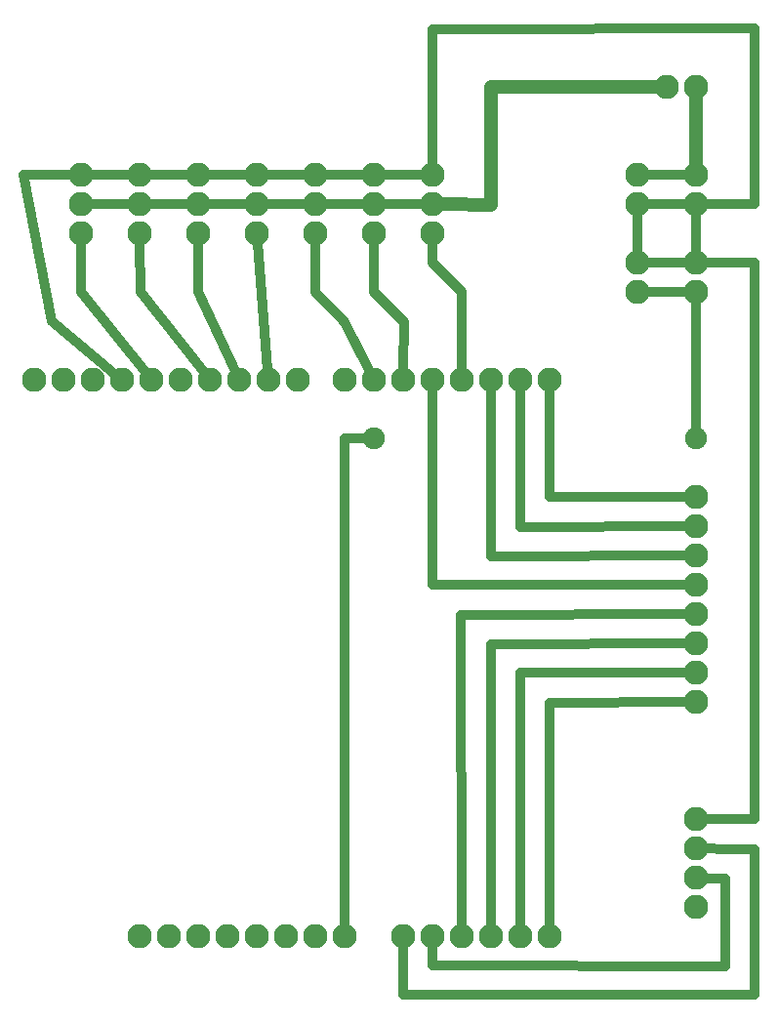
<source format=gbl>
G04 MADE WITH FRITZING*
G04 WWW.FRITZING.ORG*
G04 DOUBLE SIDED*
G04 HOLES PLATED*
G04 CONTOUR ON CENTER OF CONTOUR VECTOR*
%ASAXBY*%
%FSLAX23Y23*%
%MOIN*%
%OFA0B0*%
%SFA1.0B1.0*%
%ADD10C,0.083307*%
%ADD11C,0.075000*%
%ADD12C,0.048000*%
%ADD13C,0.032000*%
%LNCOPPER0*%
G90*
G70*
G54D10*
X2422Y767D03*
X2422Y667D03*
X2422Y567D03*
X2422Y467D03*
X2422Y2867D03*
X2422Y2967D03*
X2222Y2867D03*
X2222Y2967D03*
X2422Y2667D03*
X2422Y2567D03*
X2222Y2667D03*
X2222Y2567D03*
X2322Y3267D03*
X2422Y3267D03*
X2422Y1867D03*
X2422Y1767D03*
X2422Y1667D03*
X2422Y1567D03*
X2422Y1467D03*
X2422Y1367D03*
X2422Y1267D03*
X2422Y1167D03*
G54D11*
X1322Y2067D03*
X2422Y2067D03*
G54D10*
X161Y2267D03*
X261Y2267D03*
X361Y2267D03*
X461Y2267D03*
X561Y2267D03*
X661Y2267D03*
X761Y2267D03*
X861Y2267D03*
X961Y2267D03*
X1061Y2267D03*
X1222Y2267D03*
X1322Y2267D03*
X1422Y2267D03*
X1522Y2267D03*
X1622Y2267D03*
X1722Y2267D03*
X1822Y2267D03*
X1922Y2267D03*
X522Y367D03*
X622Y367D03*
X722Y367D03*
X822Y367D03*
X922Y367D03*
X1022Y367D03*
X1122Y367D03*
X1222Y367D03*
X1422Y367D03*
X1522Y367D03*
X1622Y367D03*
X1722Y367D03*
X1822Y367D03*
X1922Y367D03*
X1522Y2967D03*
X1522Y2867D03*
X1522Y2767D03*
X722Y2967D03*
X722Y2867D03*
X722Y2767D03*
X522Y2967D03*
X522Y2867D03*
X522Y2767D03*
X322Y2967D03*
X322Y2867D03*
X322Y2767D03*
X1122Y2967D03*
X1122Y2867D03*
X1122Y2767D03*
X922Y2967D03*
X922Y2867D03*
X922Y2767D03*
X1322Y2967D03*
X1322Y2867D03*
X1322Y2767D03*
G54D12*
X2422Y3234D02*
X2422Y3000D01*
G54D13*
D02*
X1323Y2567D02*
X1322Y2734D01*
D02*
X1424Y2466D02*
X1323Y2567D01*
D02*
X1422Y2300D02*
X1424Y2466D01*
D02*
X689Y2867D02*
X555Y2867D01*
D02*
X1721Y1364D02*
X1722Y400D01*
D02*
X2389Y1367D02*
X1721Y1364D01*
D02*
X1920Y1166D02*
X1922Y400D01*
D02*
X2389Y1167D02*
X1920Y1166D01*
D02*
X1121Y2567D02*
X1122Y2734D01*
D02*
X1222Y2466D02*
X1121Y2567D01*
D02*
X1307Y2296D02*
X1222Y2466D01*
D02*
X355Y2967D02*
X489Y2967D01*
D02*
X958Y2300D02*
X924Y2734D01*
D02*
X689Y2967D02*
X555Y2967D01*
D02*
X489Y2867D02*
X355Y2867D01*
D02*
X1483Y2867D02*
X1360Y2867D01*
D02*
X889Y2867D02*
X755Y2867D01*
D02*
X1483Y2967D02*
X1360Y2967D01*
D02*
X955Y2867D02*
X1089Y2867D01*
D02*
X1920Y1868D02*
X1922Y2234D01*
D02*
X2389Y1867D02*
X1920Y1868D01*
D02*
X2389Y2967D02*
X2255Y2967D01*
D02*
X1823Y1766D02*
X1822Y2234D01*
D02*
X2389Y1767D02*
X1823Y1766D01*
D02*
X524Y2567D02*
X740Y2293D01*
D02*
X522Y2734D02*
X524Y2567D01*
D02*
X2255Y2567D02*
X2389Y2567D01*
D02*
X1289Y2867D02*
X1155Y2867D01*
D02*
X1619Y1466D02*
X1622Y400D01*
D02*
X2389Y1467D02*
X1619Y1466D01*
D02*
X1089Y2967D02*
X955Y2967D01*
D02*
X2383Y2867D02*
X2260Y2867D01*
D02*
X2422Y2700D02*
X2422Y2834D01*
D02*
X1520Y2668D02*
X1521Y2734D01*
D02*
X1621Y2567D02*
X1520Y2668D01*
D02*
X1622Y2300D02*
X1621Y2567D01*
D02*
X1522Y268D02*
X1522Y334D01*
D02*
X2520Y265D02*
X1522Y268D01*
D02*
X2520Y565D02*
X2520Y265D01*
D02*
X2455Y566D02*
X2520Y565D01*
D02*
X322Y2567D02*
X540Y2293D01*
D02*
X322Y2734D02*
X322Y2567D01*
D02*
X2389Y2667D02*
X2255Y2667D01*
D02*
X889Y2967D02*
X755Y2967D01*
D02*
X1823Y1268D02*
X1822Y400D01*
D02*
X2389Y1267D02*
X1823Y1268D01*
D02*
X1523Y1568D02*
X1522Y2234D01*
D02*
X2389Y1567D02*
X1523Y1568D01*
D02*
X1289Y2967D02*
X1155Y2967D01*
D02*
X1721Y1664D02*
X1722Y2234D01*
D02*
X2389Y1667D02*
X1721Y1664D01*
G54D12*
D02*
X1721Y3268D02*
X1721Y2866D01*
D02*
X1721Y2866D02*
X1560Y2867D01*
D02*
X2283Y3267D02*
X1721Y3268D01*
G54D13*
D02*
X721Y2567D02*
X722Y2734D01*
D02*
X847Y2297D02*
X721Y2567D01*
D02*
X2222Y2700D02*
X2222Y2834D01*
D02*
X2521Y666D02*
X2455Y667D01*
D02*
X2623Y666D02*
X2521Y666D01*
D02*
X1421Y167D02*
X2623Y167D01*
D02*
X2623Y167D02*
X2623Y666D01*
D02*
X1422Y334D02*
X1421Y167D01*
D02*
X1222Y2067D02*
X1293Y2067D01*
D02*
X1222Y400D02*
X1222Y2067D01*
D02*
X2422Y2534D02*
X2422Y2096D01*
D02*
X2623Y767D02*
X2455Y767D01*
D02*
X2623Y2667D02*
X2623Y767D01*
D02*
X2455Y2667D02*
X2623Y2667D01*
D02*
X2623Y3467D02*
X2623Y2868D01*
D02*
X2623Y2868D02*
X2466Y2867D01*
D02*
X1523Y3466D02*
X2623Y3467D01*
D02*
X1522Y3005D02*
X1523Y3466D01*
D02*
X220Y2469D02*
X124Y2967D01*
D02*
X124Y2967D02*
X283Y2967D01*
D02*
X431Y2292D02*
X220Y2469D01*
G04 End of Copper0*
M02*
</source>
